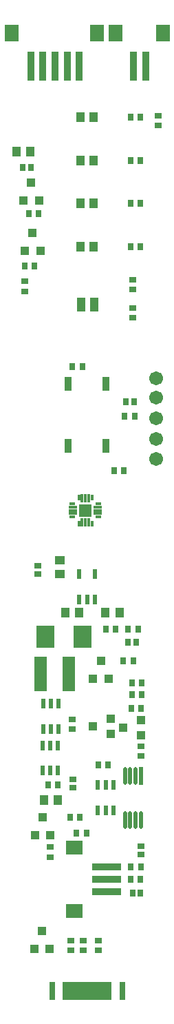
<source format=gts>
%FSLAX25Y25*%
%MOIN*%
G70*
G01*
G75*
G04 Layer_Color=8388736*
%ADD10R,0.03543X0.03150*%
%ADD11R,0.03543X0.03150*%
%ADD12R,0.03150X0.03543*%
%ADD13R,0.03150X0.03543*%
%ADD14R,0.02756X0.02362*%
%ADD15R,0.02362X0.02756*%
%ADD16R,0.02165X0.02559*%
%ADD17R,0.03150X0.02559*%
%ADD18R,0.13386X0.02756*%
%ADD19R,0.07480X0.06299*%
%ADD20R,0.01575X0.03937*%
%ADD21R,0.07874X0.10000*%
%ADD22R,0.02756X0.06102*%
%ADD23R,0.02756X0.13386*%
%ADD24R,0.06299X0.07480*%
%ADD25R,0.03150X0.03937*%
%ADD26C,0.05906*%
%ADD27R,0.05118X0.15748*%
%ADD28R,0.02362X0.00787*%
%ADD29R,0.03150X0.00787*%
%ADD30R,0.00787X0.02362*%
%ADD31R,0.00787X0.03150*%
%ADD32R,0.05118X0.05118*%
%ADD33R,0.01063X0.07874*%
%ADD34R,0.02362X0.07874*%
%ADD35R,0.01181X0.07874*%
%ADD36O,0.01181X0.07874*%
%ADD37R,0.02559X0.02165*%
%ADD38R,0.03937X0.03150*%
%ADD39C,0.00787*%
%ADD40C,0.01181*%
%ADD41C,0.01000*%
%ADD42C,0.02362*%
%ADD43C,0.01575*%
%ADD44C,0.01969*%
%ADD45C,0.03150*%
%ADD46C,0.00500*%
%ADD47C,0.00591*%
%ADD48C,0.00197*%
%ADD49C,0.00600*%
%ADD50C,0.00394*%
%ADD51C,0.00709*%
%ADD52C,0.01200*%
%ADD53R,0.04343X0.03950*%
%ADD54R,0.04343X0.03950*%
%ADD55R,0.03950X0.04343*%
%ADD56R,0.03950X0.04343*%
%ADD57R,0.03556X0.03162*%
%ADD58R,0.03162X0.03556*%
%ADD59R,0.02965X0.03359*%
%ADD60R,0.03950X0.03359*%
%ADD61R,0.14186X0.03556*%
%ADD62R,0.08280X0.07099*%
%ADD63R,0.02375X0.04737*%
%ADD64R,0.08674X0.10800*%
%ADD65R,0.03556X0.06902*%
%ADD66R,0.03556X0.14186*%
%ADD67R,0.07099X0.08280*%
%ADD68R,0.03950X0.04737*%
%ADD69C,0.06706*%
%ADD70R,0.05918X0.16548*%
%ADD71R,0.03162X0.01587*%
%ADD72R,0.03950X0.01587*%
%ADD73R,0.01587X0.03162*%
%ADD74R,0.01587X0.03950*%
%ADD75R,0.05918X0.05918*%
%ADD76R,0.01863X0.08674*%
%ADD77R,0.03162X0.08674*%
%ADD78R,0.01981X0.08674*%
%ADD79O,0.01981X0.08674*%
%ADD80R,0.03359X0.02965*%
%ADD81R,0.04737X0.03950*%
D53*
X19490Y-442580D02*
D03*
X15750Y-451241D02*
D03*
X19740Y-387470D02*
D03*
X16000Y-396131D02*
D03*
X44224Y-320452D02*
D03*
X47964Y-311790D02*
D03*
X11170Y-113533D02*
D03*
X14910Y-104872D02*
D03*
X10512Y-89131D02*
D03*
X14252Y-80470D02*
D03*
D54*
X23230Y-451241D02*
D03*
X23480Y-396131D02*
D03*
X51704Y-320452D02*
D03*
X18650Y-113533D02*
D03*
X17992Y-89131D02*
D03*
D55*
X44201Y-343540D02*
D03*
X52862Y-347280D02*
D03*
X58890Y-344060D02*
D03*
X67551Y-347800D02*
D03*
D56*
X52862Y-339800D02*
D03*
X67551Y-340320D02*
D03*
D57*
X34010Y-344822D02*
D03*
Y-340098D02*
D03*
X67580Y-357892D02*
D03*
Y-353168D02*
D03*
X46740Y-447038D02*
D03*
Y-451762D02*
D03*
X39470Y-451782D02*
D03*
Y-447058D02*
D03*
X23470Y-406682D02*
D03*
Y-401958D02*
D03*
X33310Y-451782D02*
D03*
Y-447058D02*
D03*
X11170Y-128258D02*
D03*
Y-132982D02*
D03*
X63550Y-132212D02*
D03*
Y-127488D02*
D03*
Y-141068D02*
D03*
Y-145792D02*
D03*
X75900Y-52942D02*
D03*
Y-48218D02*
D03*
D58*
X62818Y-334760D02*
D03*
X67542D02*
D03*
X67312Y-411570D02*
D03*
X62588D02*
D03*
X11170Y-120672D02*
D03*
X15894D02*
D03*
X17952Y-95560D02*
D03*
X13228D02*
D03*
X62528Y-417360D02*
D03*
X67252D02*
D03*
X63632Y-311800D02*
D03*
X58908D02*
D03*
X36288Y-395201D02*
D03*
X41012D02*
D03*
X37692Y-387431D02*
D03*
X32968D02*
D03*
X62998Y-328220D02*
D03*
X67722D02*
D03*
X27272Y-371850D02*
D03*
X22548D02*
D03*
X67722Y-322550D02*
D03*
X62998D02*
D03*
X46638Y-362000D02*
D03*
X51362D02*
D03*
X67072Y-111431D02*
D03*
X62348D02*
D03*
X67072Y-90565D02*
D03*
X62348D02*
D03*
X67072Y-69699D02*
D03*
X62348D02*
D03*
X67072Y-48890D02*
D03*
X62348D02*
D03*
X34258Y-169340D02*
D03*
X38982D02*
D03*
X59022Y-219680D02*
D03*
X54298D02*
D03*
X55082Y-296460D02*
D03*
X50358D02*
D03*
X65992D02*
D03*
X61268D02*
D03*
X59595Y-193380D02*
D03*
X64320D02*
D03*
D59*
X63293Y-424130D02*
D03*
X67230D02*
D03*
X14070Y-73030D02*
D03*
X10133D02*
D03*
X61260Y-302680D02*
D03*
X65197D02*
D03*
X64220Y-186580D02*
D03*
X60283D02*
D03*
D60*
X38560Y-141080D02*
D03*
X44859D02*
D03*
X38560Y-137733D02*
D03*
X44859D02*
D03*
D61*
X50935Y-423362D02*
D03*
Y-417457D02*
D03*
Y-411551D02*
D03*
D62*
X34958Y-402260D02*
D03*
Y-432693D02*
D03*
D63*
X37570Y-282032D02*
D03*
X45050D02*
D03*
X41310D02*
D03*
X45050Y-269828D02*
D03*
X37570D02*
D03*
X19800Y-352698D02*
D03*
X27280D02*
D03*
X23540D02*
D03*
Y-364902D02*
D03*
X27280D02*
D03*
X19800D02*
D03*
X54100Y-384142D02*
D03*
X46620D02*
D03*
X50360D02*
D03*
Y-371938D02*
D03*
X46620D02*
D03*
X54100D02*
D03*
X27480Y-344823D02*
D03*
X20000D02*
D03*
X23740D02*
D03*
Y-332618D02*
D03*
X20000D02*
D03*
X27480D02*
D03*
D64*
X21253Y-300100D02*
D03*
X38970D02*
D03*
D65*
X32283Y-207677D02*
D03*
Y-177953D02*
D03*
X50394Y-207677D02*
D03*
Y-177953D02*
D03*
D66*
X37600Y-24027D02*
D03*
X31695D02*
D03*
X25789D02*
D03*
X19884D02*
D03*
X13978D02*
D03*
X63736Y-24098D02*
D03*
X69642D02*
D03*
D67*
X4687Y-8049D02*
D03*
X46183D02*
D03*
X55272Y-8120D02*
D03*
X78067D02*
D03*
D68*
X13947Y-65310D02*
D03*
X7254D02*
D03*
X37556Y-288370D02*
D03*
X30863D02*
D03*
X44436Y-48833D02*
D03*
X38137D02*
D03*
X44436Y-69699D02*
D03*
X38137D02*
D03*
X44436Y-90565D02*
D03*
X38137D02*
D03*
X44436Y-111431D02*
D03*
X38137D02*
D03*
X20583Y-379230D02*
D03*
X27277D02*
D03*
X50274Y-288320D02*
D03*
X56967D02*
D03*
D69*
X74810Y-194340D02*
D03*
Y-175140D02*
D03*
Y-214052D02*
D03*
Y-184520D02*
D03*
Y-204319D02*
D03*
D70*
X32294Y-318063D02*
D03*
X18909D02*
D03*
D71*
X46794Y-242203D02*
D03*
Y-235904D02*
D03*
X34195D02*
D03*
Y-242203D02*
D03*
D72*
X46400Y-240628D02*
D03*
Y-239053D02*
D03*
Y-237478D02*
D03*
X34589D02*
D03*
Y-239053D02*
D03*
Y-240628D02*
D03*
D73*
X43644Y-232754D02*
D03*
X37345D02*
D03*
Y-245352D02*
D03*
X43644D02*
D03*
D74*
X42069Y-233148D02*
D03*
X40494D02*
D03*
X38920D02*
D03*
Y-244959D02*
D03*
X40494D02*
D03*
X42069D02*
D03*
D75*
X40494Y-239053D02*
D03*
D76*
X42414Y-471340D02*
D03*
X30603D02*
D03*
X32572D02*
D03*
X34540D02*
D03*
X36509D02*
D03*
X38477D02*
D03*
X40446D02*
D03*
X44383D02*
D03*
X46351D02*
D03*
X48320D02*
D03*
X50288D02*
D03*
X52257D02*
D03*
D77*
X24422D02*
D03*
X58438D02*
D03*
D78*
X67340Y-367570D02*
D03*
D79*
X64781D02*
D03*
X62222D02*
D03*
X59663D02*
D03*
X67340Y-388830D02*
D03*
X64781D02*
D03*
X62222D02*
D03*
X59663D02*
D03*
D80*
X67290Y-405410D02*
D03*
Y-401473D02*
D03*
X17330Y-269840D02*
D03*
Y-265903D02*
D03*
X34400Y-372981D02*
D03*
Y-369044D02*
D03*
D81*
X28150Y-269847D02*
D03*
Y-263154D02*
D03*
M02*

</source>
